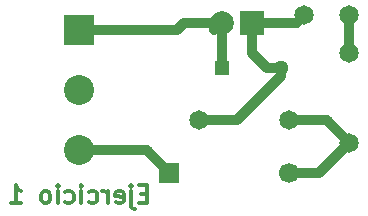
<source format=gbr>
G04 #@! TF.FileFunction,Copper,L2,Bot,Signal*
%FSLAX46Y46*%
G04 Gerber Fmt 4.6, Leading zero omitted, Abs format (unit mm)*
G04 Created by KiCad (PCBNEW 4.0.0-rc2-stable) date 30/11/2015 5:24:16 p. m.*
%MOMM*%
G01*
G04 APERTURE LIST*
%ADD10C,0.100000*%
%ADD11C,0.300000*%
%ADD12R,1.300000X1.300000*%
%ADD13C,1.300000*%
%ADD14C,1.699260*%
%ADD15R,1.699260X1.699260*%
%ADD16R,2.540000X2.540000*%
%ADD17C,2.540000*%
%ADD18R,2.000000X2.000000*%
%ADD19C,2.000000*%
%ADD20C,1.651000*%
%ADD21C,0.812800*%
G04 APERTURE END LIST*
D10*
D11*
X151164999Y-117367857D02*
X150664999Y-117367857D01*
X150450713Y-118153571D02*
X151164999Y-118153571D01*
X151164999Y-116653571D01*
X150450713Y-116653571D01*
X149807856Y-117153571D02*
X149807856Y-118439286D01*
X149879285Y-118582143D01*
X150022142Y-118653571D01*
X150093570Y-118653571D01*
X149807856Y-116653571D02*
X149879285Y-116725000D01*
X149807856Y-116796429D01*
X149736428Y-116725000D01*
X149807856Y-116653571D01*
X149807856Y-116796429D01*
X148522142Y-118082143D02*
X148664999Y-118153571D01*
X148950713Y-118153571D01*
X149093570Y-118082143D01*
X149164999Y-117939286D01*
X149164999Y-117367857D01*
X149093570Y-117225000D01*
X148950713Y-117153571D01*
X148664999Y-117153571D01*
X148522142Y-117225000D01*
X148450713Y-117367857D01*
X148450713Y-117510714D01*
X149164999Y-117653571D01*
X147807856Y-118153571D02*
X147807856Y-117153571D01*
X147807856Y-117439286D02*
X147736428Y-117296429D01*
X147664999Y-117225000D01*
X147522142Y-117153571D01*
X147379285Y-117153571D01*
X146236428Y-118082143D02*
X146379285Y-118153571D01*
X146664999Y-118153571D01*
X146807857Y-118082143D01*
X146879285Y-118010714D01*
X146950714Y-117867857D01*
X146950714Y-117439286D01*
X146879285Y-117296429D01*
X146807857Y-117225000D01*
X146664999Y-117153571D01*
X146379285Y-117153571D01*
X146236428Y-117225000D01*
X145593571Y-118153571D02*
X145593571Y-117153571D01*
X145593571Y-116653571D02*
X145665000Y-116725000D01*
X145593571Y-116796429D01*
X145522143Y-116725000D01*
X145593571Y-116653571D01*
X145593571Y-116796429D01*
X144236428Y-118082143D02*
X144379285Y-118153571D01*
X144664999Y-118153571D01*
X144807857Y-118082143D01*
X144879285Y-118010714D01*
X144950714Y-117867857D01*
X144950714Y-117439286D01*
X144879285Y-117296429D01*
X144807857Y-117225000D01*
X144664999Y-117153571D01*
X144379285Y-117153571D01*
X144236428Y-117225000D01*
X143593571Y-118153571D02*
X143593571Y-117153571D01*
X143593571Y-116653571D02*
X143665000Y-116725000D01*
X143593571Y-116796429D01*
X143522143Y-116725000D01*
X143593571Y-116653571D01*
X143593571Y-116796429D01*
X142664999Y-118153571D02*
X142807857Y-118082143D01*
X142879285Y-118010714D01*
X142950714Y-117867857D01*
X142950714Y-117439286D01*
X142879285Y-117296429D01*
X142807857Y-117225000D01*
X142664999Y-117153571D01*
X142450714Y-117153571D01*
X142307857Y-117225000D01*
X142236428Y-117296429D01*
X142164999Y-117439286D01*
X142164999Y-117867857D01*
X142236428Y-118010714D01*
X142307857Y-118082143D01*
X142450714Y-118153571D01*
X142664999Y-118153571D01*
X139593571Y-118153571D02*
X140450714Y-118153571D01*
X140022142Y-118153571D02*
X140022142Y-116653571D01*
X140164999Y-116867857D01*
X140307857Y-117010714D01*
X140450714Y-117082143D01*
D12*
X157480000Y-106680000D03*
D13*
X162480000Y-106680000D03*
D14*
X163195520Y-115567460D03*
D15*
X153035520Y-115567460D03*
D16*
X145415000Y-103505000D03*
D17*
X145415000Y-108585000D03*
X145415000Y-113665000D03*
D18*
X160020000Y-102870000D03*
D19*
X157480000Y-102870000D03*
D20*
X168275000Y-105410000D03*
X168275000Y-113030000D03*
X155575000Y-111125000D03*
X163195000Y-111125000D03*
X164465000Y-102235000D03*
X168275000Y-102235000D03*
D21*
X157480000Y-102870000D02*
X157480000Y-106680000D01*
X156845000Y-103505000D02*
X157480000Y-102870000D01*
X145415000Y-103505000D02*
X153670000Y-103505000D01*
X154305000Y-102870000D02*
X157480000Y-102870000D01*
X153670000Y-103505000D02*
X154305000Y-102870000D01*
X160020000Y-102870000D02*
X160020000Y-105410000D01*
X161290000Y-106680000D02*
X162480000Y-106680000D01*
X160020000Y-105410000D02*
X161290000Y-106680000D01*
X155575000Y-111125000D02*
X158750000Y-111125000D01*
X158750000Y-111125000D02*
X162480000Y-107395000D01*
X162480000Y-107395000D02*
X162480000Y-106680000D01*
X168275000Y-105410000D02*
X168275000Y-102235000D01*
X163830000Y-102870000D02*
X160020000Y-102870000D01*
X164465000Y-102235000D02*
X163830000Y-102870000D01*
X160495000Y-102870000D02*
X160020000Y-102870000D01*
X168275000Y-113030000D02*
X166370000Y-111125000D01*
X166370000Y-111125000D02*
X163195000Y-111125000D01*
X163195520Y-115567460D02*
X165737540Y-115567460D01*
X165737540Y-115567460D02*
X168275000Y-113030000D01*
X145415000Y-113665000D02*
X151130000Y-113665000D01*
X151130000Y-113665000D02*
X153032460Y-115567460D01*
X153032460Y-115567460D02*
X153035520Y-115567460D01*
M02*

</source>
